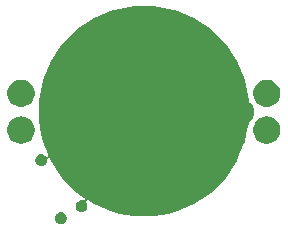
<source format=gbr>
G04 #@! TF.GenerationSoftware,KiCad,Pcbnew,5.1.0-unknown-567bdd9~82~ubuntu18.10.1*
G04 #@! TF.CreationDate,2019-03-29T13:42:26+01:00*
G04 #@! TF.ProjectId,weather,77656174-6865-4722-9e6b-696361645f70,1.0*
G04 #@! TF.SameCoordinates,Original*
G04 #@! TF.FileFunction,Soldermask,Bot*
G04 #@! TF.FilePolarity,Negative*
%FSLAX46Y46*%
G04 Gerber Fmt 4.6, Leading zero omitted, Abs format (unit mm)*
G04 Created by KiCad (PCBNEW 5.1.0-unknown-567bdd9~82~ubuntu18.10.1) date 2019-03-29 13:42:26*
%MOMM*%
%LPD*%
G04 APERTURE LIST*
%ADD10C,0.100000*%
G04 APERTURE END LIST*
D10*
G36*
X105284592Y-84781439D02*
G01*
X105374731Y-84818775D01*
X105455854Y-84872980D01*
X105524843Y-84941969D01*
X105579048Y-85023092D01*
X105616384Y-85113231D01*
X105635418Y-85208922D01*
X105635418Y-85306488D01*
X105616384Y-85402179D01*
X105579048Y-85492318D01*
X105524843Y-85573441D01*
X105455854Y-85642430D01*
X105374731Y-85696635D01*
X105374730Y-85696636D01*
X105374729Y-85696636D01*
X105284592Y-85733971D01*
X105188901Y-85753005D01*
X105091335Y-85753005D01*
X104995644Y-85733971D01*
X104905507Y-85696636D01*
X104905506Y-85696636D01*
X104905505Y-85696635D01*
X104824382Y-85642430D01*
X104755393Y-85573441D01*
X104701188Y-85492318D01*
X104663852Y-85402179D01*
X104644818Y-85306488D01*
X104644818Y-85208922D01*
X104663852Y-85113231D01*
X104701188Y-85023092D01*
X104755393Y-84941969D01*
X104824382Y-84872980D01*
X104905505Y-84818775D01*
X104995644Y-84781439D01*
X105091335Y-84762405D01*
X105188901Y-84762405D01*
X105284592Y-84781439D01*
X105284592Y-84781439D01*
G37*
G36*
X114192880Y-67528015D02*
G01*
X114766034Y-67642022D01*
X116385731Y-68312923D01*
X117843419Y-69286919D01*
X119083081Y-70526581D01*
X120057077Y-71984269D01*
X120705625Y-73550000D01*
X120727978Y-73603967D01*
X121070000Y-75323425D01*
X121070000Y-75369655D01*
X121072402Y-75394041D01*
X121079515Y-75417490D01*
X121091066Y-75439101D01*
X121106611Y-75458043D01*
X121125543Y-75473580D01*
X121162463Y-75498249D01*
X121301751Y-75637537D01*
X121411189Y-75801322D01*
X121486571Y-75983311D01*
X121525000Y-76176509D01*
X121525000Y-76373491D01*
X121486571Y-76566689D01*
X121411189Y-76748678D01*
X121301751Y-76912463D01*
X121162463Y-77051751D01*
X121104561Y-77090440D01*
X121085630Y-77105976D01*
X121070085Y-77124918D01*
X121058534Y-77146529D01*
X121051421Y-77169978D01*
X120859378Y-78135441D01*
X120727978Y-78796034D01*
X120682509Y-78905806D01*
X120181362Y-80115682D01*
X120057077Y-80415731D01*
X119083081Y-81873419D01*
X117843419Y-83113081D01*
X116385731Y-84087077D01*
X114766034Y-84757978D01*
X114192880Y-84871985D01*
X113046575Y-85100000D01*
X111293425Y-85100000D01*
X110147120Y-84871985D01*
X109573966Y-84757978D01*
X107954269Y-84087077D01*
X107461456Y-83757790D01*
X107439849Y-83746241D01*
X107416400Y-83739128D01*
X107392014Y-83736726D01*
X107367628Y-83739128D01*
X107344179Y-83746241D01*
X107322568Y-83757792D01*
X107303626Y-83773337D01*
X107288081Y-83792279D01*
X107276530Y-83813890D01*
X107269417Y-83837339D01*
X107267015Y-83861725D01*
X107269417Y-83886111D01*
X107276530Y-83909560D01*
X107288076Y-83931160D01*
X107338812Y-84007092D01*
X107376148Y-84097231D01*
X107395182Y-84192922D01*
X107395182Y-84290488D01*
X107376148Y-84386179D01*
X107338812Y-84476318D01*
X107284607Y-84557441D01*
X107215618Y-84626430D01*
X107134495Y-84680635D01*
X107044356Y-84717971D01*
X106948665Y-84737005D01*
X106851099Y-84737005D01*
X106755408Y-84717971D01*
X106665269Y-84680635D01*
X106584146Y-84626430D01*
X106515157Y-84557441D01*
X106460952Y-84476318D01*
X106423616Y-84386179D01*
X106404582Y-84290488D01*
X106404582Y-84192922D01*
X106423616Y-84097231D01*
X106460952Y-84007092D01*
X106515157Y-83925969D01*
X106584146Y-83856980D01*
X106665269Y-83802775D01*
X106755408Y-83765439D01*
X106851099Y-83746405D01*
X106948665Y-83746405D01*
X107038226Y-83764220D01*
X107062605Y-83766621D01*
X107086991Y-83764219D01*
X107110440Y-83757106D01*
X107132051Y-83745555D01*
X107150993Y-83730010D01*
X107166539Y-83711068D01*
X107178090Y-83689458D01*
X107185203Y-83666009D01*
X107187605Y-83641623D01*
X107185203Y-83617237D01*
X107178090Y-83593788D01*
X107166539Y-83572177D01*
X107150994Y-83553235D01*
X107132052Y-83537689D01*
X106496581Y-83113081D01*
X105256919Y-81873419D01*
X104282923Y-80415731D01*
X104215783Y-80253641D01*
X104204232Y-80232030D01*
X104188687Y-80213088D01*
X104169745Y-80197543D01*
X104148134Y-80185992D01*
X104124685Y-80178879D01*
X104100299Y-80176477D01*
X104075913Y-80178879D01*
X104052464Y-80185992D01*
X104030853Y-80197543D01*
X104011911Y-80213088D01*
X103996366Y-80232030D01*
X103984815Y-80253641D01*
X103977702Y-80277090D01*
X103975300Y-80301476D01*
X103975300Y-80399078D01*
X103956266Y-80494769D01*
X103918930Y-80584908D01*
X103864725Y-80666031D01*
X103795736Y-80735020D01*
X103714613Y-80789225D01*
X103714612Y-80789226D01*
X103714611Y-80789226D01*
X103624474Y-80826561D01*
X103528783Y-80845595D01*
X103431217Y-80845595D01*
X103335526Y-80826561D01*
X103245389Y-80789226D01*
X103245388Y-80789226D01*
X103245387Y-80789225D01*
X103164264Y-80735020D01*
X103095275Y-80666031D01*
X103041070Y-80584908D01*
X103003734Y-80494769D01*
X102984700Y-80399078D01*
X102984700Y-80301512D01*
X103003734Y-80205821D01*
X103011947Y-80185992D01*
X103041069Y-80115684D01*
X103041070Y-80115682D01*
X103095275Y-80034559D01*
X103164264Y-79965570D01*
X103245387Y-79911365D01*
X103335526Y-79874029D01*
X103431217Y-79854995D01*
X103528783Y-79854995D01*
X103624474Y-79874029D01*
X103714613Y-79911365D01*
X103795736Y-79965570D01*
X103864725Y-80034559D01*
X103864731Y-80034568D01*
X103864751Y-80034588D01*
X103883693Y-80050133D01*
X103905304Y-80061684D01*
X103928753Y-80068797D01*
X103953139Y-80071199D01*
X103977525Y-80068797D01*
X104000974Y-80061684D01*
X104022585Y-80050133D01*
X104041527Y-80034588D01*
X104057072Y-80015646D01*
X104068623Y-79994035D01*
X104075736Y-79970586D01*
X104078138Y-79946200D01*
X104075736Y-79921814D01*
X104068623Y-79898365D01*
X104058543Y-79874029D01*
X103612022Y-78796034D01*
X103480622Y-78135441D01*
X103270000Y-77076575D01*
X103270000Y-75323425D01*
X103612022Y-73603967D01*
X103634376Y-73550000D01*
X104282923Y-71984269D01*
X105256919Y-70526581D01*
X106496581Y-69286919D01*
X107954269Y-68312923D01*
X109573966Y-67642022D01*
X110147120Y-67528015D01*
X111293425Y-67300000D01*
X113046575Y-67300000D01*
X114192880Y-67528015D01*
X114192880Y-67528015D01*
G37*
G36*
X122757324Y-76664731D02*
G01*
X122905443Y-76694194D01*
X123114729Y-76780884D01*
X123303082Y-76906737D01*
X123463263Y-77066918D01*
X123589116Y-77255271D01*
X123675806Y-77464557D01*
X123720000Y-77686735D01*
X123720000Y-77913265D01*
X123675806Y-78135443D01*
X123589116Y-78344729D01*
X123463263Y-78533082D01*
X123303082Y-78693263D01*
X123114729Y-78819116D01*
X122905443Y-78905806D01*
X122757324Y-78935269D01*
X122683266Y-78950000D01*
X122456734Y-78950000D01*
X122382676Y-78935269D01*
X122234557Y-78905806D01*
X122025271Y-78819116D01*
X121836918Y-78693263D01*
X121676737Y-78533082D01*
X121550884Y-78344729D01*
X121464194Y-78135443D01*
X121420000Y-77913265D01*
X121420000Y-77686735D01*
X121464194Y-77464557D01*
X121550884Y-77255271D01*
X121676737Y-77066918D01*
X121836918Y-76906737D01*
X122025271Y-76780884D01*
X122234557Y-76694194D01*
X122382676Y-76664731D01*
X122456734Y-76650000D01*
X122683266Y-76650000D01*
X122757324Y-76664731D01*
X122757324Y-76664731D01*
G37*
G36*
X101957324Y-76664731D02*
G01*
X102105443Y-76694194D01*
X102314729Y-76780884D01*
X102503082Y-76906737D01*
X102663263Y-77066918D01*
X102789116Y-77255271D01*
X102875806Y-77464557D01*
X102920000Y-77686735D01*
X102920000Y-77913265D01*
X102875806Y-78135443D01*
X102789116Y-78344729D01*
X102663263Y-78533082D01*
X102503082Y-78693263D01*
X102314729Y-78819116D01*
X102105443Y-78905806D01*
X101957324Y-78935269D01*
X101883266Y-78950000D01*
X101656734Y-78950000D01*
X101582676Y-78935269D01*
X101434557Y-78905806D01*
X101225271Y-78819116D01*
X101036918Y-78693263D01*
X100876737Y-78533082D01*
X100750884Y-78344729D01*
X100664194Y-78135443D01*
X100620000Y-77913265D01*
X100620000Y-77686735D01*
X100664194Y-77464557D01*
X100750884Y-77255271D01*
X100876737Y-77066918D01*
X101036918Y-76906737D01*
X101225271Y-76780884D01*
X101434557Y-76694194D01*
X101582676Y-76664731D01*
X101656734Y-76650000D01*
X101883266Y-76650000D01*
X101957324Y-76664731D01*
X101957324Y-76664731D01*
G37*
G36*
X122757324Y-73564731D02*
G01*
X122905443Y-73594194D01*
X123114729Y-73680884D01*
X123303082Y-73806737D01*
X123463263Y-73966918D01*
X123589116Y-74155271D01*
X123675806Y-74364557D01*
X123720000Y-74586735D01*
X123720000Y-74813265D01*
X123675806Y-75035443D01*
X123589116Y-75244729D01*
X123463263Y-75433082D01*
X123303082Y-75593263D01*
X123114729Y-75719116D01*
X122905443Y-75805806D01*
X122757324Y-75835269D01*
X122683266Y-75850000D01*
X122456734Y-75850000D01*
X122382676Y-75835269D01*
X122234557Y-75805806D01*
X122025271Y-75719116D01*
X121836918Y-75593263D01*
X121676737Y-75433082D01*
X121550884Y-75244729D01*
X121464194Y-75035443D01*
X121420000Y-74813265D01*
X121420000Y-74586735D01*
X121464194Y-74364557D01*
X121550884Y-74155271D01*
X121676737Y-73966918D01*
X121836918Y-73806737D01*
X122025271Y-73680884D01*
X122234557Y-73594194D01*
X122382676Y-73564731D01*
X122456734Y-73550000D01*
X122683266Y-73550000D01*
X122757324Y-73564731D01*
X122757324Y-73564731D01*
G37*
G36*
X101957324Y-73564731D02*
G01*
X102105443Y-73594194D01*
X102314729Y-73680884D01*
X102503082Y-73806737D01*
X102663263Y-73966918D01*
X102789116Y-74155271D01*
X102875806Y-74364557D01*
X102920000Y-74586735D01*
X102920000Y-74813265D01*
X102875806Y-75035443D01*
X102789116Y-75244729D01*
X102663263Y-75433082D01*
X102503082Y-75593263D01*
X102314729Y-75719116D01*
X102105443Y-75805806D01*
X101957324Y-75835269D01*
X101883266Y-75850000D01*
X101656734Y-75850000D01*
X101582676Y-75835269D01*
X101434557Y-75805806D01*
X101225271Y-75719116D01*
X101036918Y-75593263D01*
X100876737Y-75433082D01*
X100750884Y-75244729D01*
X100664194Y-75035443D01*
X100620000Y-74813265D01*
X100620000Y-74586735D01*
X100664194Y-74364557D01*
X100750884Y-74155271D01*
X100876737Y-73966918D01*
X101036918Y-73806737D01*
X101225271Y-73680884D01*
X101434557Y-73594194D01*
X101582676Y-73564731D01*
X101656734Y-73550000D01*
X101883266Y-73550000D01*
X101957324Y-73564731D01*
X101957324Y-73564731D01*
G37*
M02*

</source>
